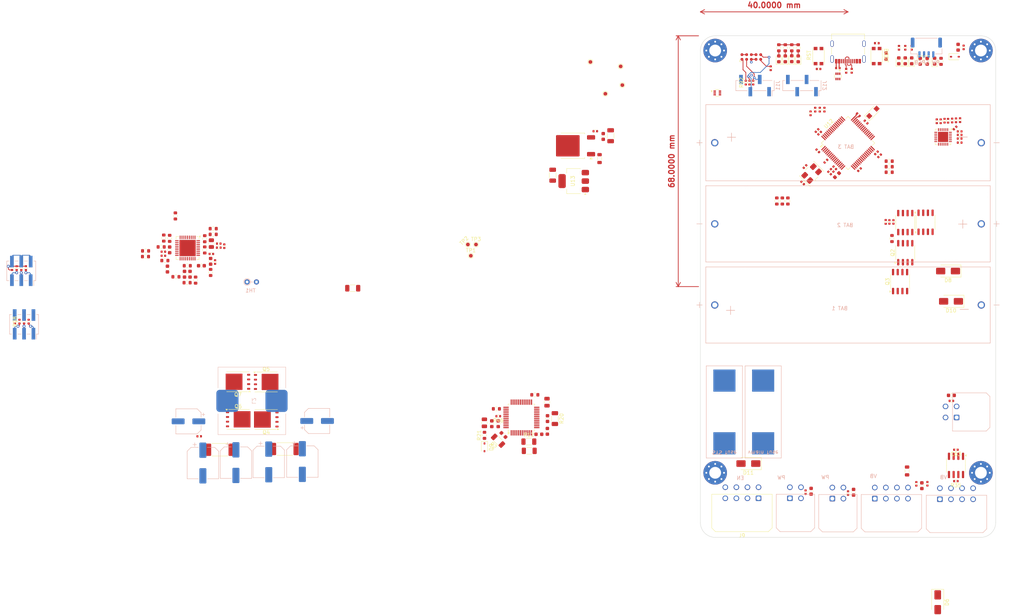
<source format=kicad_pcb>
(kicad_pcb (version 20241229) (generator "pcbnew") (generator_version "9.0")
  (layers (0 "F.Cu" signal) (4 "In1.Cu" signal) (6 "In2.Cu" signal) (2 "B.Cu" signal) (13 "F.Paste" user) (15 "B.Paste" user) (5 "F.SilkS" user "F.Silkscreen") (7 "B.SilkS" user "B.Silkscreen") (1 "F.Mask" user) (3 "B.Mask" user) (25 "Edge.Cuts" user))
  (net 0 "")
  (net 1 "+VSW")
  (net 2 "+5V")
  (net 3 "+3V3")
  (net 4 "NRST")
  (net 5 "CELL 3")
  (net 6 "CELL 2")
  (net 7 "CELL 1")
  (net 8 "CELL 0")
  (net 9 "Net-(U3-CP1)")
  (net 10 "/V_in_post_sense")
  (net 11 "Net-(U3-REG18)")
  (net 12 "ACP")
  (net 13 "ACN")
  (net 14 "Net-(BT1--)")
  (net 15 "Net-(BT2--)")
  (net 16 "Net-(C1-Pad1)")
  (net 17 "SW2")
  (net 18 "BTST2")
  (net 19 "REGN")
  (net 20 "SW1")
  (net 21 "BTST1")
  (net 22 "Net-(U3-FUSE)")
  (net 23 "+3VA3")
  (net 24 "Net-(C77-Pad1)")
  (net 25 "HSE_IN")
  (net 26 "STAT1")
  (net 27 "STAT2")
  (net 28 "CAN-")
  (net 29 "CAN+")
  (net 30 "SWDIO")
  (net 31 "SWCLK")
  (net 32 "I2C_SCL")
  (net 33 "I2C_SDA")
  (net 34 "BOOT")
  (net 35 "Net-(D4-K)")
  (net 36 "PACK+")
  (net 37 "ACOV")
  (net 38 "ACUV")
  (net 39 "Net-(SW1-B)")
  (net 40 "/VCC_BQ76952")
  (net 41 "PG")
  (net 42 "INT")
  (net 43 "HSE_OUT")
  (net 44 "BuckBoostOut")
  (net 45 "/VBUS")
  (net 46 "CAN_TX")
  (net 47 "CAN_RX")
  (net 48 "TS2")
  (net 49 "RST_SHUT")
  (net 55 "SRN")
  (net 58 "Net-(U2-VCCD)")
  (net 61 "FLIP")
  (net 63 "SRP")
  (net 64 "Net-(U10-IN)")
  (net 65 "FAULT")
  (net 66 "main_voltage")
  (net 70 "SAFE_PWR_OUT")
  (net 71 "Net-(D11-K)")
  (net 72 "USB_PD_OUT")
  (net 73 "Net-(D5-A)")
  (net 76 "CHRG_IND_LED_1")
  (net 77 "charging_voltage")
  (net 78 "Net-(D7-A)")
  (net 79 "CHRG_IND_LED_2")
  (net 80 "CHRG_IND_LED_3")
  (net 81 "Net-(D16-A)")
  (net 82 "STAT_LED0")
  (net 83 "Net-(D17-A)")
  (net 84 "STAT_LED1")
  (net 85 "Net-(D18-A)")
  (net 86 "STAT_LED2")
  (net 87 "Net-(D19-A)")
  (net 88 "Net-(D22-A)")
  (net 89 "CHRG_IND_LED_4")
  (net 90 "Net-(D23-A)")
  (net 91 "USB_FS_VBUS")
  (net 92 "CAN_2_L")
  (net 93 "CAN_2_H")
  (net 94 "/D0+")
  (net 95 "/D0-")
  (net 96 "CC1")
  (net 99 "CC2")
  (net 100 "/J1-SWDIO")
  (net 101 "/J1-SWO")
  (net 102 "Net-(U1-FBG)")
  (net 103 "Net-(U1-FB)")
  (net 104 "Net-(U1-FSW_SYNC)")
  (net 105 "Net-(U1-TS)")
  (net 106 "USB_D-")
  (net 107 "USB_D+")
  (net 108 "Net-(U1-DRV_SUP)")
  (net 109 "SWO")
  (net 110 "CE")
  (net 111 "GPIO_1")
  (net 112 "Net-(J2-Pin_3)")
  (net 113 "Net-(J2-Pin_5)")
  (net 114 "Net-(J4-Pin_3)")
  (net 115 "Net-(J4-Pin_5)")
  (net 116 "ISNK_COARSE")
  (net 117 "VBUS_MAX")
  (net 118 "VBUS_MIN")
  (net 120 "USB_PD_INTERRUPT")
  (net 121 "3.3V PD")
  (net 124 "SAFE_PWR_EN")
  (net 126 "VBUS_FET_EN")
  (net 127 "BAL_ALERT")
  (net 130 "LODRV2")
  (net 131 "HIDRV1")
  (net 132 "LODRV1")
  (net 133 "Net-(J4-Pin_2)")
  (net 135 "HIDRV2")
  (net 136 "Net-(J2-Pin_2)")
  (net 143 "Net-(U3-PACK)")
  (net 155 "Net-(Q1-G)")
  (net 156 "Net-(Q1-D-Pad5)")
  (net 157 "Net-(Q2-S-Pad1)")
  (net 158 "Net-(Q2-G)")
  (net 159 "Net-(J2-Pin_1)")
  (net 160 "Net-(J4-Pin_1)")
  (net 161 "Net-(R28-Pad1)")
  (net 162 "Net-(R29-Pad1)")
  (net 163 "Net-(R30-Pad2)")
  (net 166 "/J1-SWCLK")
  (net 167 "Net-(J12-Pin_2)")
  (net 168 "Net-(J12-Pin_3)")
  (net 170 "V_in")
  (net 171 "Net-(J9-Pin_5)")
  (net 172 "Net-(D9-K)")
  (net 173 "GND")
  (net 174 "Net-(J17-Pin_1)")
  (net 175 "Net-(F1-Pad2)")
  (footprint "Connector:Tag-Connect_TC2050-IDC-FP_2x05_P1.27mm_Vertical" (layer "F.Cu") (at 108.8 27.75)
    (property "Reference" "J17" (hide yes))
    (property "Value" "TC2050")
  )
  (footprint "MountingHole:MountingHole_3.2mm_M3_Pad_Via" (layer "F.Cu") (at 171 140.5)
    (property "Reference" "H4" (hide yes))
    (property "Value" "MountingHole_Pad")
  )
  (footprint "Capacitor_SMD:C_1206_3216Metric" (layer "F.Cu") (at 70.675 49.0975 90)
    (property "Reference" "C61" (hide yes))
    (property "Value" "10u")
  )
  (footprint "Resistor_SMD:R_0402_1005Metric" (layer "F.Cu") (at 128.6 42.025 90)
    (property "Reference" "R67" (hide yes))
    (property "Value" "4.7k" (hide yes))
  )
  (footprint "Capacitor_SMD:C_0402_1005Metric" (layer "F.Cu") (at 153.499999 143.500001 -90)
    (property "Reference" "C83" (hide yes))
    (property "Value" "10n")
  )
  (footprint "Resistor_SMD:R_0603_1608Metric" (layer "F.Cu") (at -50.1 82.95 180)
    (property "Reference" "R41" (hide yes))
    (property "Value" "10" (hide yes))
  )
  (footprint "Capacitor_SMD:C_0402_1005Metric" (layer "F.Cu") (at 138.1 58.3 -135)
    (property "Reference" "C69" (hide yes))
    (property "Value" "100n")
  )
  (footprint "Package_SO:SOIC-8_3.9x4.9mm_P1.27mm" (layer "F.Cu") (at 164.25 138.5 -90)
    (property "Reference" "U11" (hide yes))
    (property "Value" "MCP2562-E-SN")
  )
  (footprint "Resistor_SMD:R_0402_1005Metric" (layer "F.Cu") (at -89 84.990001 90)
    (property "Reference" "R95" (hide yes))
    (property "Value" "10k")
  )
  (footprint "Resistor_SMD:R_0603_1608Metric" (layer "F.Cu") (at 146.15 59 180)
    (property "Reference" "R39" (hide yes))
    (property "Value" "4.7k")
  )
  (footprint "Resistor_SMD:R_0402_1005Metric" (layer "F.Cu") (at 162.099999 45.035 90)
    (property "Reference" "R7" (hide yes))
    (property "Value" "5k1")
  )
  (footprint "Crystal:Crystal_SMD_5032-4Pin_5.0x3.2mm" (layer "F.Cu") (at 125.129411 59.360589 45)
    (property "Reference" "Y3" (hide yes))
    (property "Value" "8MHz 12pF")
  )
  (footprint "Resistor_SMD:R_0603_1608Metric" (layer "F.Cu") (at -39.3 80.075 -90)
    (property "Reference" "R80" (hide yes))
    (property "Value" "10" (hide yes))
  )
  (footprint "TestPoint:TestPoint_Pad_D1.0mm" (layer "F.Cu") (at 65.2 29.1)
    (property "Reference" "TP6" (hide yes))
    (property "Value" "TP_USB_CC2")
  )
  (footprint "Resistor_SMD:R_0402_1005Metric" (layer "F.Cu") (at 159.049998 45.175002 90)
    (property "Reference" "R13" (hide yes))
    (property "Value" "10k")
  )
  (footprint "Resistor_SMD:R_0402_1005Metric" (layer "F.Cu") (at 161.149999 45.025001 -90)
    (property "Reference" "R5" (hide yes))
    (property "Value" "1k")
  )
  (footprint "Resistor_SMD:R_0402_1005Metric" (layer "F.Cu") (at 129 56 -135)
    (property "Reference" "R74" (hide yes))
    (property "Value" "1k")
  )
  (footprint "Resistor_SMD:R_0603_1608Metric" (layer "F.Cu") (at 50.1375 119.349999)
    (property "Reference" "R23" (hide yes))
    (property "Value" "4k7" (hide yes))
  )
  (footprint "Capacitor_SMD:C_0402_1005Metric" (layer "F.Cu") (at 123.5 145.75 -90)
    (property "Reference" "C87" (hide yes))
    (property "Value" "10n")
  )
  (footprint "Button_Switch_SMD:SW_Push_1P1T_NO_CK_KMR2" (layer "F.Cu") (at 142.75 27.5 90)
    (property "Reference" "SW1" (hide yes))
    (property "Value" "KMR721NGLFS")
  )
  (footprint "Capacitor_SMD:C_0402_1005Metric" (layer "F.Cu") (at 164 47 45)
    (property "Reference" "C20" (hide yes))
    (property "Value" "1u")
  )
  (footprint "Connector_USB:USB_C_Receptacle_Palconn_UTC16-G" (layer "F.Cu") (at 135 26.375 180)
    (property "Reference" "J16" (hide yes))
    (property "Value" "USB_C_Receptacle_USB2.0")
  )
  (footprint "Resistor_SMD:R_0603_1608Metric" (layer "F.Cu") (at 117.2 66.8 -90)
    (property "Reference" "R64" (hide yes))
    (property "Value" "10k")
  )
  (footprint "Capacitor_SMD:C_0402_1005Metric" (layer "F.Cu") (at 126.8 53.2 135)
    (property "Reference" "C68" (hide yes))
    (property "Value" "100n")
  )
  (footprint "Capacitor_SMD:C_0805_2012Metric" (layer "F.Cu") (at 36.474421 126.949999 -90)
    (property "Reference" "C19" (hide yes))
    (property "Value" "1u" (hide yes))
  )
  (footprint "Capacitor_SMD:C_0402_1005Metric" (layer "F.Cu") (at -50.5 81.65 180)
    (property "Reference" "C44" (hide yes))
    (property "Value" "100n")
  )
  (footprint "Resistor_SMD:R_0603_1608Metric" (layer "F.Cu") (at 145.3 27.5 -90)
    (property "Reference" "R34" (hide yes))
    (property "Value" "1k")
  )
  (footprint "Resistor_SMD:R_1206_3216Metric" (layer "F.Cu") (at 40.174421 131.799998 135)
    (property "Reference" "R2")
    (property "Value" "20")
  )
  (footprint "LED_SMD:LED_0603_1608Metric" (layer "F.Cu") (at 121.5 28.25 90)
    (property "Reference" "D5" (hide yes))
    (property "Value" "green")
  )
  (footprint "Resistor_SMD:R_0402_1005Metric" (layer "F.Cu") (at 160.099997 45.175002 -90)
    (property "Reference" "R9" (hide yes))
    (property "Value" "1k")
  )
  (footprint "Capacitor_SMD:C_0402_1005Metric" (layer "F.Cu") (at 163 121)
    (property "Reference" "C89" (hide yes))
    (property "Value" "10n")
  )
  (footprint "Resistor_SMD:R_0402_1005Metric" (layer "F.Cu") (at 114.05 30.8 90)
    (property "Reference" "R87" (hide yes))
    (property "Value" "22")
  )
  (footprint "TestPoint:TestPoint_Pad_D1.0mm" (layer "F.Cu") (at 73.4 30.3)
    (property "Reference" "TP7" (hide yes))
    (property "Value" "TP_USB_CC1")
  )
  (footprint "Resistor_SMD:R_0603_1608Metric" (layer "F.Cu") (at -48.8 76.925 90)
    (property "Reference" "R3" (hide yes))
    (property "Value" "15k" (hide yes))
  )
  (footprint "Inductor_SMD:L_0603_1608Metric" (layer "F.Cu") (at 132 59.8 45)
    (property "Reference" "FB1" (hide yes))
    (property "Value" "120R")
  )
  (footprint "Diode_SMD:D_SMA" (layer "F.Cu") (at 162.9 94 180)
    (property "Reference" "D10")
    (property "Value" "~")
  )
  (footprint "Resistor_SMD:R_2512_6332Metric_Pad1.40x3.35mm_HandSolder" (layer "F.Cu") (at -35.2 134.25 180)
    (property "Reference" "R38" (hide yes))
    (property "Value" "5m" (hide yes))
  )
  (footprint "Resistor_SMD:R_0402_1005Metric" (layer "F.Cu") (at 127.35 42.025 90)
    (property "Reference" "R78" (hide yes))
    (property "Value" "22R" (hide yes))
  )
  (footprint "Capacitor_SMD:C_0805_2012Metric" (layer "F.Cu") (at 53.4375 121.349999 -90)
    (property "Reference" "C21" (hide yes))
    (property "Value" "2u2" (hide yes))
  )
  (footprint "Resistor_SMD:R_0603_1608Metric" (layer "F.Cu") (at -50.4 76.85 -90)
    (property "Reference" "R28" (hide yes))
    (property "Value" "20k")
  )
  (footprint "Resistor_SMD:R_0603_1608Metric" (layer "F.Cu") (at -39.299999 77.025 90)
    (property "Reference" "R33" (hide yes))
    (property "Value" "300k" (hide yes))
  )
  (footprint "Capacitor_SMD:C_0402_1005Metric" (layer "F.Cu") (at 142.7 53.75 -135)
    (property "Reference" "C71" (hide yes))
    (property "Value" "100n")
  )
  (footprint "TestPoint:TestPoint_Pad_D1.0mm" (layer "F.Cu") (at 34.2 78.6)
    (property "Reference" "TP3")
    (property "Value" "TP_CAN_RX")
  )
  (footprint "Resistor_SMD:R_0402_1005Metric" (layer "F.Cu") (at -87 99.5 90)
    (property "Reference" "R27" (hide yes))
    (property "Value" "50k")
  )
  (footprint "Capacitor_SMD:C_0402_1005Metric" (layer "F.Cu") (at 126.6 47.7 45)
    (property "Reference" "C67" (hide yes))
    (property "Value" "4u7")
  )
  (footprint "Resistor_SMD:R_0603_1608Metric" (layer "F.Cu") (at 121.5 25.25 -90)
    (property "Reference" "R14" (hide yes))
    (property "Value" "1k")
  )
  (footprint "Capacitor_SMD:C_0402_1005Metric" (layer "F.Cu") (at -37.5 81.15 180)
    (property "Reference" "C37" (hide yes))
    (property "Value" "100n")
  )
  (footprint "Capacitor_SMD:C_0402_1005Metric" (layer "F.Cu") (at 130 59.2 135)
    (property "Reference" "C75" (hide yes))
    (property "Value" "1u")
  )
  (footprint "Capacitor_SMD:C_0402_1005Metric" (layer "F.Cu") (at 147.304999 72.475 90)
    (property "Reference" "C10" (hide yes))
    (property "Value" "1u")
  )
  (footprint "Capacitor_SMD:C_0603_1608Metric" (layer "F.Cu") (at 38.474421 127.199999 -90)
    (property "Reference" "C24" (hide yes))
    (property "Value" "100p" (hide yes))
  )
  (footprint "Button_Switch_SMD:SW_Push_1P1T_NO_CK_KMR2" (layer "F.Cu") (at 127 27.5 90)
    (property "Reference" "SW2" (hide yes))
    (property "Value" "KMR721NGLFS")
  )
  (footprint "TestPoint:TestPoint_Pad_D1.0mm" (layer "F.Cu") (at 73.85 35.375)
    (property "Reference" "TP5" (hide yes))
    (property "Value" "TP_USB_D-")
  )
  (footprint "Capacitor_SMD:C_0402_1005Metric" (layer "F.Cu") (at 164.23 142.75 180)
    (property "Reference" "R35")
    (property "Value" "120")
  )
  (footprint "Capacitor_SMD:C_0402_1005Metric" (layer "F.Cu") (at 164.23 134.25 180)
    (property "Reference" "C63")
    (property "Value" "100n")
  )
  (footprint "Capacitor_SMD:C_0402_1005Metric" (layer "F.Cu") (at 146.204999 72.475 90)
    (property "Reference" "C9" (hide yes))
    (property "Value" "1u")
  )
  (footprint "Resistor_SMD:R_0402_1005Metric" (layer "F.Cu") (at 142.8 24 180)
    (property "Reference" "R76" (hide yes))
    (property "Value" "100k")
  )
  (footprint "Diode_SMD:D_SMA" (layer "F.Cu") (at 108 138 180)
    (property "Reference" "D11")
    (property "Value" "~")
  )
  (footprint "Diode_SMD:Nexperia_CFP3_SOD-123W" (layer "F.Cu") (at 141.739949 42.760051 45)
    (property "Reference" "D24" (hide yes))
    (property "Value" "Vz = 3.6V" (hide yes))
  )
  (footprint "Capacitor_SMD:C_0402_1005Metric" (layer "F.Cu") (at 66.525 47.8725 180)
    (property "Reference" "C60" (hide yes))
    (property "Value" "100n")
  )
  (footprint "Capacitor_SMD:C_0603_1608Metric" (layer "F.Cu") (at 164.825 25.1 90)
    (property "Reference" "C90" (hide yes))
    (property "Value" "10u")
  )
  (footprint "Resistor_SMD:R_0603_1608Metric" (layer "F.Cu") (at -37.7 86.175 90)
    (property "Reference" "R79" (hide yes))
    (property "Value" "10" (hide yes))
  )
  (footprint "Inductor_SMD:L_0805_2012Metric" (layer "F.Cu") (at 151 140 90)
    (property "Reference" "FB2" (hide yes))
    (property "Value" "120R")
  )
  (footprint "LED_SMD:LED_0603_1608Metric" (layer "F.Cu") (at 116.25 28.25 90)
    (property "Reference" "D23" (hide yes))
    (property "Value" "green")
  )
  (footprint "LED_SMD:LED_0603_1608Metric" (layer "F.Cu") (at 119.75 28.212499 90)
    (property "Reference" "D7" (hide yes))
    (property "Value" "green")
  )
  (footprint "Package_TO_SOT_SMD:TDSON-8-1" (layer "F.Cu") (at -22.65 115.87)
    (property "Reference" "Q5")
    (property "Value" "LoDRV1")
  )
  (footprint "MountingHole:MountingHole_3.2mm_M3_Pad_Via" (layer "F.Cu") (at 99 140.5)
    (property "Reference" "H3" (hide yes))
    (property "Value" "MountingHole_Pad")
  )
  (footprint "Capacitor_SMD:C_0603_1608Metric" (layer "F.Cu") (at -40.2 84.35 180)
    (property "Reference" "C49" (hide yes))
    (property "Value" "47n" (hide yes))
  )
  (footprint "Resistor_SMD:R_0402_1005Metric" (layer "F.Cu") (at 152.25 25.25 -90)
    (property "Reference" "R26" (hide yes))
    (property "Value" "1k")
  )
  (footprint "Package_TO_SOT_SMD:TDSON-8-1" (layer "F.Cu") (at -22.625 126.05 180)
    (property "Reference" "Q4")
    (property "Value" "HiDRV1")
  )
  (footprint "Resistor_SMD:R_0603_1608Metric" (layer "F.Cu") (at 160.2 28.925 90)
    (property "Reference" "R69" (hide yes))
    (property "Value" "10k")
  )
  (footprint "LED_SMD:LED_0603_1608Metric" (layer "F.Cu") (at 118 28.25 90)
    (property "Reference" "D16" (hide yes))
    (property "Value" "green")
  )
  (footprint "Capacitor_SMD:C_0402_1005Metric" (layer "F.Cu") (at 123.339411 57.460589 -135)
    (property "Reference" "C78" (hide yes))
    (property "Value" "10p")
  )
  (footprint "Package_DFN_QFN:QFN-24-1EP_4x4mm_P0.5mm_EP2.75x2.75mm" (layer "F.Cu") (at 160.75 49.425001 -90)
    (property "Reference" "U2" (hide yes))
    (property "Value" "CYPD3177-24LQ" (hide yes))
  )
  (footprint "Package_QFP:TQFP-48_7x7mm_P0.5mm" (layer "F.Cu") (at 46.5 125.5 90)
    (property "Reference" "U3" (hide yes))
    (property "Value" "BQ76952PFBR" (hide yes))
  )
  (footprint "Resistor_SMD:R_0603_1608Metric" (layer "F.Cu") (at 116.25 25.25 -90)
    (property "Reference" "R17" (hide yes))
    (property "Value" "1k")
  )
  (footprint "Resistor_SMD:R_0402_1005Metric" (layer "F.Cu") (at 150.5 25.25 -90)
    (property "Reference" "R89" (hide yes))
    (property "Value" "1k")
  )
  (footprint "Capacitor_SMD:C_0603_1608Metric" (layer "F.Cu") (at 53.574421 125.799998 -90)
    (property "Reference" "C17" (hide yes))
    (property "Value" "220n" (hide yes))
  )
  (footprint "Resistor_SMD:R_0402_1005Metric" (layer "F.Cu") (at -91.5 84.990001 90)
    (property "Reference" "R94" (hide yes))
    (property "Value" "20k")
  )
  (footprint "Package_TO_SOT_SMD:SOT-563" (layer "F.Cu") (at 132.25 33 -90)
    (property "Reference" "U14" (hide yes))
    (property "Value" "TPD4E1U06")
  )
  (footprint "Resistor_SMD:R_0402_1005Metric" (layer "F.Cu") (at 165.240001 48.875002)
    (property "Reference" "C12" (hide yes))
    (property "Value" "100n")
  )
  (footprint "LED_SMD:LED_0603_1608Metric" (layer "F.Cu") (at 148.75 28.787501 90)
    (property "Reference" "D19" (hide yes))
    (property "Value" "green")
  )
  (footprint "Resistor_SMD:R_0603_1608Metric" (layer "F.Cu") (at 36.5 130.3375 90)
    (property "Reference" "R21")
    (property "Value" "100")
  )
  (footprint "Diode_SMD:D_SMA" (layer "F.Cu") (at 159.3 175.6 -90)
    (property "Reference" "D6")
    (property "Value" "~")
  )
  (footprint "Resistor_SMD:R_0402_1005Metric" (layer "F.Cu") (at 124.85 43.025 -90)
    (property "Reference" "R66" (hide yes))
    (property "Value" "4.7k" (hide yes))
  )
  (footprint "Resistor_SMD:R_0603_1608Metric" (layer "F.Cu") (at -51.1 79.25 180)
    (property "Reference" "R37" (hide yes))
    (property "Value" "10" (hide yes))
  )
  (footprint "Resistor_SMD:R_0402_1005Metric" (layer "F.Cu") (at 145.204999 72.465001 90)
    (property "Reference" "R4" (hide yes))
    (property "Value" "10k")
  )
  (footprint "Package_TO_SOT_SMD:SOT-223-3_TabPin2" (layer "F.Cu") (at 60.675 61.3975 180)
    (property "Reference" "U13")
    (property "Value" "AZ1117I-3.3")
  )
  (footprint "Resistor_SMD:R_0603_1608Metric" (layer "F.Cu") (at -55.35 81.875)
    (property "Reference" "R36" (hide yes))
    (property "Value" "200k" (hide yes))
  )
  (footprint "Package_QFP:LQFP-64_10x10mm_P0.5mm" (layer "F.Cu") (at 135.007375 51.081713 45)
    (property "Reference" "U12")
    (property "Value" "STM32F105RCTx")
  )
  (footprint "Resistor_SMD:R_0603_1608Metric" (layer "F.Cu") (at 146.15 57.5 180)
    (property "Reference" "R40" (hide yes))
    (property "Value" "10k")
  )
  (footprint "Package_SO:SO-8_3.9x4.9mm_P1.27mm" (layer "F.Cu") (at 156.004999 72.575 90)
    (property "Reference" "Q1" (hide yes))
    (property "Value" "AOSP21321")
  )
  (footprint "Resistor_SMD:R_0805_2012Metric" (layer "F.Cu") (at -37.5 78.350001 90)
    (property "Reference" "R44" (hide yes))
    (property "Value" "1000k" (hide yes))
  )
  (footprint "Package_TO_SOT_SMD:SOT-563" (layer "F.Cu") (at 99.5875 37.5)
    (property "Reference" "U15" (hide yes))
    (property "Value" "TPD4E1U06")
  )
  (footprint "Capacitor_SMD:C_0603_1608Metric" (layer "F.Cu") (at 163 119.5)
    (property "Reference" "C88" (hide yes))
    (property "Value" "10u")
  )
  (footprint "Resistor_SMD:R_0402_1005Metric" (layer "F.Cu") (at -87.75 84.990001 90)
    (property "Reference" "R25" (hide yes))
    (property "Value" "20k")
  )
  (footprint "Resistor_SMD:R_0402_1005Metric" (layer "F.Cu") (at -35.5 79.45 180)
    (property "Reference" "R1" (hide yes))
    (property "Value" "2.4")
  )
  (footprint "Capacitor_SMD:C_0603_1608Metric" (layer "F.Cu") (at -49.4 85.25 -90)
    (property "Reference" "C46" (hide yes))
    (property "Value" "47n" (hide yes))
  )
  (footprint "Diode_SMD:D_SMA" (layer "F.Cu") (at 162.1 85.8 180)
    (property "Reference" "D8")
    (property "Value" "~")
  )
  (footprint "LED_SMD:LED_0603_1608Metric" (layer "F.Cu") (at 150.5 28.787501 90)
    (property "Reference" "D18" (hide yes))
    (property "Value" "yellow")
  )
  (footprint "Capacitor_SMD:C_0402_1005Metric" (layer "F.Cu") (at 127.3 48.4 45)
    (property "Reference" "C72" (hide yes))
    (property "Value" "100n")
  )
  (footprint "Resistor_SMD:R_0402_1005Metric" (layer "F.Cu") (at 40.234421 125.149998 180)
    (property "Reference" "R46")
    (property "Value" "10k")
  )
  (footprint "Capacitor_SMD:C_0603_1608Metric" (layer "F.Cu") (at 41.6375 130.249999 -45)
    (property "Reference" "C14" (hide yes))
    (property "Value" "220n" (hide yes))
  )
  (footprint "Resistor_SMD:R_0603_1608Metric" (layer "F.Cu") (at 118 25.25 -90)
    (property "Reference" "R16" (hide yes))
    (property "Value" "1k")
  )
  (footprint "Package_TO_SOT_SMD:TDSON-8-1" (layer "F.Cu") (at -30.3 115.82 180)
    (property "Reference" "Q7")
    (property "Value" "LoDRV2")
  )
  (footprint "Package_DFN_QFN:Texas_RHH0036C_VQFN-36-1EP_6x6mm_P0.5mm_EP4.4x4.4mm" (layer "F.Cu") (at -43.95 79.55 -90)
    (property "Reference" "U1" (hide yes))
    (property "Value" "BQ25756RRVR" (hide yes))
  )
  (footprint "LED_SMD:LED_0603_1608Metric" (layer "F.Cu") (at 158.45 28.862501 90)
    (property "Reference" "D22" (hide yes))
    (property "Value" "red")
  )
  (footprint "Resistor_SMD:R_0402_1005Metric" (layer "F.Cu") (at 134.5 31.5 90)
    (property "Reference" "R75" (hide yes))
    (property "Value" "22R")
  )
  (footprint "Resistor_SMD:R_2512_6332Metric_Pad1.40x3.35mm_HandSolder" (layer "F.Cu") (at -17.6 134.05)
    (property "Reference" "R65" (hide yes))
    (property "Value" "5m" (hide yes))
  )
  (footprint "Resistor_SMD:R_0402_1005Metric" (layer "F.Cu") (at 164.249998 44.925001 90)
    (property "Reference" "R19" (hide yes))
    (property "Value" "5k1")
  )
  (footprint "Resistor_SMD:R_0603_1608Metric" (layer "F.Cu") (at -44.075 88.95 180)
    (property "Reference" "R82" (hide yes))
    (property "Value" "22k" (hide yes))
  )
  (footprint "Resistor_SMD:R_0402_1005Metric" (layer "F.Cu") (at 136 31.5 -90)
    (property "Reference" "R73" (hide yes))
    (property "Value" "22R")
  )
  (footprint "Resistor_SMD:R_1206_3216Metric" (layer "F.Cu") (at 48.524421 132.049998)
    (property "Reference" "R12")
    (property "Value" "20")
  )
  (footprint "Resistor_SMD:R_0603_1608Metric" (layer "F.Cu") (at 146.15 56 180)
    (property "Reference" "R42" (hide yes))
    (property "Value" "10k")
  )
  (footprint "Resistor_SMD:R_0402_1005Metric" (layer "F.Cu") (at 165.230002 49.875001)
    (property "Reference" "C13" (hide yes))
    (property "Value" "100n")
  )
  (footprint "Resistor_SMD:R_0402_1005Metric" (layer "F.Cu") (at -89.5 99.5 90)
    (property "Reference" "R98")
    (property "Value" "15k")
  )
  (footprint "Resistor_SMD:R_0402_1005Metric" (layer "F.Cu") (at 148.8 25.25 -90)
    (property "Reference" "R90" (hide yes))
    (property "Value" "1k")
  )
  (footprint "Capacitor_SMD:C_0402_1005Metric" (layer "F.Cu") (at -35.5 78.35 180)
    (property "Reference" "C1" (hide yes))
    (property "Value" "100n")
  )
  (footprint "Connector_Molex:Molex_Micro-Fit_3.0_43045-0800_2x04_P3.00mm_Horizontal" (layer "F.Cu") (at 110.75 147.415 180)
    (property "Reference" "J9")
    (property "Value" "Conn_02x04_Top_Bottom")
  )
  (footprint "Capacitor_SMD:C_0402_1005Metric" (layer "F.Cu") (at -34 79.05 90)
    (property "Reference" "C65" (hide yes))
    (property "Value" "1u")
  )
  (footprint "Resistor_SMD:R_0603_1608Metric" (layer "F.Cu") (at 118.7 66.8 -90)
    (property "Reference" "R72" (hide yes))
    (property "Value" "10k")
  )
  (footprint "Capacitor_SMD:C_0603_1608Metric" (layer "F.Cu") (at 136.5 145.775 -90)
    (property "Reference" "C84" (hide yes))
    (property "Value" "10u")
  )
  (footprint "Capacitor_SMD:C_0603_1608Metric" (layer "F.Cu") (at 51.2375 130.049999)
    (property "Reference" "C15" (hide yes))
    (property "Value" "220n" (hide yes))
  )
  (footprint "Capacitor_SMD:C_0402_1005Metric" (layer "F.Cu") (at -50.5 80.55)
    (property "Reference" "C45" (hide yes))
    (property "Value" "100n")
  )
  (footprint "TestPoint:TestPoint_Pad_D1.0mm" (layer "F.Cu") (at 32 78.6 45)
    (property "Reference" "TP2")
    (property "Value" "TP_CAN_TX")
  )
  (footprint "Resistor_SMD:R_1206_3216Metric" (layer "F.Cu") (at 55.574421 125.799998 -90)
    (property "Reference" "R20")
    (property "Value" "20")
  )
  (footprint "Capacitor_SMD:C_0402_1005Metric" (layer "F.Cu") (at 130.7 58.5 135)
    (property "Reference" "C74" (hide yes))
    (property "Value" "1u")
  )
  (footprint "Capacitor_SMD:C_0402_1005Metric" (layer "F.Cu") (at 131.4 57.8 135)
    (property "Reference" "C73" (hide yes))
    (property "Value" "10n")
  )
  (footprint "Package_SO:SO-8_3.9x4.9mm_P1.27mm" (layer "F.Cu") (at 150.504999 72.65 -90)
    (property "Reference" "Q12" (hide yes))
    (property "Value" "AOSP21321")
  )
  (footprint "Capacitor_SMD:C_0402_1005Metric" (layer "F.Cu") (at -40.8 130.6 180)
    (property "Reference" "C3" (hide yes))
    (property "Value" "100n")
  )
  (footprint "Capacitor_SMD:C_0603_1608Metric" (layer "F.Cu") (at -44.775 86.65 -90)
    (property "Reference" "C48" (hide yes))
    (property "Value" "470n" (hide yes))
  )
  (footprint "Resistor_SMD:R_0402_1005Metric" (layer "F.Cu") (at 107.3 34.7 90)
    (property "Reference" "R92")
    (property "Value" "22")
  )
  (footprint "LED_SMD:LED_0603_1608Metric" (layer "F.Cu") (at 154.55 28.9 -90)
    (property "Reference" "D20" (hide yes))
    (property "Value" "yellow")
  )
  (footprint "Capacitor_SMD:C_0603_1608Metric" (layer "F.Cu") (at 125 145.5 -90)
    (property "Reference" "C86" (hide yes))
    (property "Value" "10u")
  )
  (footprint "Capacitor_SMD:C_0603_1608Metric" (layer "F.Cu") (at -48.8 80.05 90)
    (property "Reference" "C43" (hide yes))
    (property "Value" "470n" (hide yes))
  )
  (footprint "Capacitor_SMD:C_1206_3216Metric" (layer "F.Cu") (at 54.975 59.7975 -90)
    (property "Reference" "C80" (hide yes))
    (property "Value" "22u")
  )
  (footprint "Capacitor_SMD:C_0402_1005Metric" (layer "F.Cu") (at 132.25 30.75)
    (property "Reference" "C23" (hide yes))
    (property "Value" "3u3")
  )
  (footprint "TestPoint:TestPoint_Pad_D1.0mm" (layer "F.Cu") (at 69.25 37.725)
    (property "Reference" "TP4" (hide yes))
    (property "Value" "TP_USB_D+")
  )
  (footprint "Resistor_SMD:R_0402_1005Metric" (layer "F.Cu") (at 126.1 42.025 90)
    (property "Reference" "R77" (hide yes))
    (property "Value" "22R" (hide yes))
  )
  (footprint "Resistor_SMD:R_0603_1608Metric" (layer "F.Cu") (at -41.775 88.25 90)
    (property "Reference" "R32" (hide yes))
    (property "Value" "4k7" (hide yes))
  )
  (footprint "Capacitor_SMD:C_0603_1608Metric" (layer "F.Cu") (at 53.5375 129.249999 90)
    (property "Reference" "C16" (hide yes))
    (property "Value" "220n" (hide yes))
  )
  (footprint "Capacitor_SMD:C_0603_1608Metric" (layer "F.Cu") (at 68.675 49.2975 -90)
    (property "Reference" "C58" (hide yes))
    (property "Value" "470n" (hide yes))
  )
  (footprint "TestPoint:TestPoint_Pad_D1.0mm" (layer "F.Cu") (at 32.8 81.65)
    (property "Reference" "TP1")
    (property "Value" "BuckBoostOut")
  )
  (footprint "Resistor_SMD:R_0402_1005Metric" (layer "F.Cu") (at 165.240001 50.975001)
    (property "Reference" "C11" (hide yes))
    (property "Value" "1u")
  )
  (footprint "Resistor_SMD:R_0603_1608Metric" (layer "F.Cu") (at -37 74.3)
    (property "Reference" "R31" (hide yes))
    (property "Value" "50k" (hide yes))
  )
  (footprint "Capacitor_SMD:C_0402_1005Metric" (layer "F.Cu") (at 122.7 61.9 135)
    (property "Reference" "C77" (hide yes))
    (property "Value" "10p")
  )
  (footprint "LED_SMD:LED_0603_1608Metric" (layer "F.Cu") (at 152.25 28.787501 90)
    (property "Reference" "D17" (hide yes))
    (property "Value" "red")
  )
  (footprint "Package_SO:SO-8_3.9x4.9mm_P1.27mm" (layer "F.Cu") (at 149.1 88.65 90)
    (property "Reference" "Q3")
    (property "Value" "AOSP21321")
  )
  (footprint "Capacitor_SMD:C_0402_1005Metric" (layer "F.Cu") (at 127.02 31)
    (property "Reference" "C79" (hide yes))
    (property "Value" "100n")
  )
  (footprint "Resistor_SMD:R_0603_1608Metric" (layer "F.Cu") (at -47.1 87.35)
    (property "Reference" "R29" (hide yes))
    (property "Value" "680")
  )
  (footprint "Diode_SMD:D_SOD-323" (layer "F.Cu") (at 36.5 133.5875 -90)
    (property "Reference" "D9")
    (property "Value" "~")
  )
  (footprint "Resistor_SMD:R_0402_1005Metric" (layer "F.Cu") (at 165.349998 44.875001 -90)
    (property "Reference" "R18" (hide yes))
    (property "Value" "5k1")
  )
  (footprint "Resistor_SMD:R_0402_1005Metric" (layer "F.Cu") (at 108.28 34.7 -90)
    (property "Reference" "R88" (hide yes))
    (property "Value" "22")
  )
  (footprint "Capacitor_SMD:C_0402_1005Metric" (layer "F.Cu") (at 156.499999 143.48 -90)
    (property "Reference" "C81" (hide yes))
    (property "Value" "100n")
  )
  (footprint "Inductor_SMD:L_0805_2012Metric" (layer "F.Cu") (at 67.675 55.2975 -90)
    (property "Reference" "FB3" (hide yes))
    (property "Value" "120R" (hide yes))
  )
  (footprint "Resistor_SMD:R_0402_1005Metric" (layer "F.Cu") (at -90.75 99.5 90)
    (property "Reference" "R83" (hide yes))
    (property "Value" "49k9")
  )
  (footprint "Capacitor_SMD:C_0402_1005Metric" (layer "F.Cu") (at 137.8 43.4 -45)
    (property "Reference" "C70" (hide yes))
    (property "Value" "100n" (hide yes))
  )
  (footprint "Capacitor_SMD:C_0603_1608Metric" (layer "F.Cu") (at 155 144 -90)
    (property "Reference" "C82" (hide yes))
    (property "Value" "10u")
  )
  (footprint "LED_SMD:LED_0603_1608Metric" (layer "F.Cu") (at 156.45 28.9 -90)
    (property "Reference" "D21" (hide yes))
    (property "Value" "green")
  )
  (footprint "Resistor_SMD:R_0402_1005Metric" (layer "F.Cu") (at 163.199998 44.975 -90)
    (property "Reference" "R6" (hide yes))
    (property "Value" "5k1")
  )
  (footprint "Resistor_SMD:R_1206_3216Metric" (layer "F.Cu") (at 48.624421 134.549998 180)
    (property "Reference" "R11" (hide yes))
    (property "Value" "20")
  )
  (footprint "Resistor_SMD:R_0603_1608Metric" (layer "F.Cu") (at 146.904999 76.975 -90)
    (property "Reference" "R8" (hide yes))
    (property "Value" "49k9")
  )
  (footprint "Resistor_SMD:R_0402_1005Metric" (layer "F.Cu") (at 109.3 34.7 90)
    (property "Reference" "R86" (hide yes))
    (property "Value" "22")
  )
  (footprint "Resistor_SMD:R_0402_1005Metric" (layer "F.Cu") (at 165.240002 47.925002)
    (property "Reference" "R10" (hide yes))
    (property "Value" "5k1")
  )
  (footprint "Capacitor_SMD:C_0402_1005Metric" (layer "F.Cu") (at 143.55 54.55 -135)
    (property "Reference" "C76" (hide yes))
    (property "Value" "10n")
  )
  (footprint "Capacitor_SMD:C_0603_1608Metric" (layer "F.Cu") (at -37.7 83.15 90)
    (property "Reference" "C39" (hide yes))
    (property "Value" "470n" (hide yes))
  )
  (footprint "Diode_SMD:D_SOD-323" (layer "F.Cu") (at 163.95 27.675)
    (property "Reference" "D4" (hide yes))
    (property "Value" "~")
  )
  (footprint "Resistor_SMD:R_0603_1608Metric" (layer "F.Cu") (at -44.025 84.35 180)
    (property "Reference" "R22" (hide yes))
    (property "Value" "10R" (hide yes))
  )
  (footprint "Package_TO_SOT_SMD:TO-252-2" (layer "F.Cu") (at 60.335 51.825 180)
    (property "Reference" "U10" (hide yes))
    (property "Value" "L7805")
  )
  (footprint "Capacitor_SMD:C_0603_1608Metric" (layer "F.Cu") (at -43.275 86.65 -90)
    (property "Reference" "C47" (hide yes))
    (property "Value" "470n" (hide yes))
  )
  (footprint "Resistor_SMD:R_0402_1005Metric" (layer "F.Cu") (at 139.889376 45.389376 -45)
    (property "Reference" "R45" (hide yes))
    (property "Value" "4k7" (hide yes))
  )
  (footprint "Capacitor_SMD:C_0603_1608Metric" (layer "F.Cu") (at 40.224421 127.199999 -90)
    (property "Reference" "C18" (hide yes))
    (property "Value" "470n" (hide yes))
  )
  (footprint "Resistor_SMD:R_0402_1005Metric" (layer "F.Cu") (at -88.25 99.5 90)
    (property "Reference" "R97" (hide yes))
    (property "Value" "20k")
  )
  (footprint "Resistor_SMD:R_0603_1608Metric" (layer "F.Cu") (at -55.325 80.325 180)
    (property "Reference" "R30" (hide yes))
    (property "Value" "49k9")
  )
  (footprint "Capacitor_SMD:C_0402_1005Metric" (layer "F.Cu") (at -36.5 83.35 90)
    (property "Reference" "C38" (hide yes))
    (property "Value" "100n")
  )
  (footprint "Capacitor_SMD:C_1206_3216Metric" (layer "F.Cu") (at 0.8 90.45)
    (property "Reference" "C62" (hide yes))
    (property "Value" "0.47uF" (hide yes))
  )
  (footprint "Resistor_SMD:R_0402_1005Metric" (layer "F.Cu") (at -90.25 84.990001 90)
    (property "Reference" "R96" (hide yes))
    (property "Value" "5k1")
  )
  (footprint "Resistor_SMD:R_0603_1608Metric" (layer "F.Cu") (at -37 75.85)
    (property "Reference" "R43" (hide yes))
    (property "Value" "68k" (hide yes))
  )
  (footprint "Capacitor_SMD:C_0402_1005Metric" (layer "F.Cu") (at 135 146 -90)
    (property "Reference" "C85" (hide yes))
    (property "Value" "10n")
  )
  (footprint "MountingHole:MountingHole_3.2mm_M3_Pad_Via" (layer "F.Cu") (at 99 26)
    (property "Reference" "H1" (hide yes))
    (property "Value" "MountingHole_Pad")
  )
  (footprint "Package_TO_SOT_SMD:TDSON-8-1" (layer "F.Cu") (at -30.225 126)
    (property "Reference" "Q6")
    (property "Value" "HiDRV2")
  )
  (footprint "Resistor_SMD:R_0603_1608Metric" (layer "F.Cu") (at 115.7 66.8 -90)
    (property "Reference" "R70" (hide yes))
    (property "Value" "10k")
  )
  (footprint "Resistor_SMD:R_0603_1608Metric" (layer "F.Cu") (at 119.75 25.25 -90)
    (property "Reference" "R15" (hide yes))
    (property "Value" "1k")
  )
  (footprint "Capacitor_SMD:C_0402_1005Metric" (layer "F.Cu") (at 166.325 25.145 90)
    (property "Reference" "C91" (hide yes))
    (property "Value" "10n")
  )
  (footprint "Resistor_SMD:R_0603_1608Metric" (layer "F.Cu") (at 39.724421 123.149998 180)
    (property "Reference" "R24" (hide yes))
    (property "Value" "100k" (hide yes))
  )
  (footprint "Package_SO:SO-8_3.9x4.9mm_P1.27mm" (layer "F.Cu") (at 150.504999 80.825 90)
    (property "Reference" "Q2")
    (property "Value" "AOSP21321")
  )
  (footprint "Resistor_SMD:R_0603_1608Metric" (layer "F.Cu") (at -47.250001 70.85 -90)
    (property "Reference" "R91" (hide yes))
    (property "Value" "10k" (hide yes))
  )
  (footprint "MountingHole:MountingHole_3.2mm_M3_Pad_Via" (layer "F.Cu") (at 171 26)
    (property "Reference" "H2" (hide yes))
    (property "Value" "MountingHole_Pad" (hide yes))
  )
  (footprint "Capacitor_SMD:CP_Elec_8x6.9" (layer "B.Cu") (at -12.85 137.45 -90)
    (property "Reference" "C4" (hide yes))
    (property "Value" "82u")
  )
  (footprint "Connector_PinHeader_2.54mm:PinHeader_2x03_P2.54mm_Vertical_SMD" (layer "B.Cu") (at -89 85.75 90)
    (property "Reference" "J2" (hide yes))
    (property "Value" "Conn_02x03_Odd_Even")
  )
  (footprint "Capacitor_SMD:CP_Elec_8x6.9" (layer "B.Cu") (at -21.95 137.55 -90)
    (property "Reference" "C2" (hide yes))
    (property "Value" "82u")
  )
  (footprint "Inductor Wuerth:BAT_1043" (layer "B.Cu") (at 135 73)
    (property "Reference" "BT2" (hide yes))
    (property "Value" "Battery_Cell")
  )
  (footprint "Connector_PinHeader_2.54mm:PinHeader_1x04_P2.54mm_Vertical_SMD_Pin1Left" (layer "B.Cu") (at 122.5 35.5 90)
    (property "Reference" "J12")
    (property "Value" "SWD Header")
  )
  (footprint "Connector_PinHeader_2.54mm:PinHeader_2x03_P2.54mm_Vertical_SMD" (layer "B.Cu") (at -88.25 100.25 90)
    (property "Reference" "J4" (hide yes))
    (property "Value" "Conn_02x03_Odd_Even")
  )
  (footprint "Connector_Molex:Molex_Micro-Fit_3.0_43045-0400_2x02_P3.00mm_Horizontal" (layer "B.Cu") (at 130.75 147.5)
    (property "Reference" "J6" (hide yes))
    (property "Value" "Molex MicroFit 2x2")
  )
  (footprint "Fuse:Fuseholder_Cylinder-5x20mm_Wuerth_696103101002-SMD_Horizontal_Open" (layer "B.Cu") (at 112 124 -90)
    (property "Reference" "F1" (hide yes))
    (property "Value" "5A")
  )
  (footprint "Connector_JST:JST_GH_SM04B-GHS-TB_1x04-1MP_P1.25mm_Horizontal" (layer "B.Cu") (at 156.225 25.2)
    (property "Reference" "J10" (hide yes))
    (property "Value" "JST-GH 4Pin")
  )
  (footprint "Connector_Molex:Molex_Micro-Fit_3.0_43045-0400_2x02_P3.00mm_Horizontal" (layer "B.Cu") (at 119.25 147.415)
    (property "Reference" "J8" (hide yes))
    (property "Value" "Molex MicroFit 2x2")
  )
  (footprint "Capacitor_SMD:CP_Elec_8x6.9" (layer "B.Cu") (at -30.85 137.75 -90)
    (property "Reference" "C6" (hide yes))
    (property "Value" "82u")
  )
  (footprint "Connector_Molex:Molex_Micro-Fit_3.0_43045-0800_2x04_P3.00mm_Horizontal" (layer "B.Cu") (at 142.25 147.5)
    (property "Reference" "J3" (hide yes))
    (property "Value" "Conn_02x04_Top_Bottom")
  )
  (footprint "Inductor Wuerth:BAT_1043" (layer "B.Cu") (at 135 95 180)
    (property "Reference" "BT1" (hide yes))
    (property "Value" "Battery_Cell")
  )
  (footprint "Fuse:Fuseholder_Cylinder-5x20mm_Wuerth_696103101002-SMD_Horizontal_Open" (layer "B.Cu") (at 101.5 124 90)
    (property "Reference" "F3" (hide yes))
    (property "Value" "20A")
  )
  (footprint "Connector_Molex:Molex_Micro-Fit_3.0_43045-0800_2x04_P3.00mm_Horizontal" (layer "B.Cu") (at 159.89 147.68)
    (property "Reference" "J1" (hide yes))
    (property "Value" "Conn_02x04_Top_Bottom")
  )
  (footprint "Capacitor_SMD:CP_Elec_6.3x5.9" (layer "B.Cu") (at -8.85 126.45)
    (property "Reference" "C7" (hide yes))
    (property "Value" "10u")
  )
  (footprint "Inductor Wuerth:Wuerth 7443557560" (layer "B.Cu") (at -26.5 121 90)
    (property "Reference" "L2")
    (property "Value" "5u6")
  )
  (footprint "Capacitor_SMD:CP_Elec_6.3x5.9" (layer "B.Cu") (at -43.7 126.55 180)
    (property "Reference" "C8" (hide yes))
    (property "Value" "10u")
  )
  (footprint "Connector_Molex:Molex_Micro-Fit_3.0_43045-0400_2x02_P3.00mm_Horizontal" (layer "B.Cu") (at 164.415 125.5 90)
    (property "Reference" "J7" (hide yes))
    (property "Value" "Molex MicroFit 2x2")
  )
  (footprint "Resistor_THT:R_Axial_DIN0204_L3.6mm_D1.6mm_P2.54mm_Vertical" (layer "B.Cu") (at -27.82 88.75)
    (property "Reference" "TH1")
    (property "Value" "Thermistor_NTC")
  )
  (footprint "Connector_PinHeader_2.54mm:PinHeader_1x04_P2.54mm_Vertical_SMD_Pin1Left" (layer "B.Cu") (at 109.8 35.5 90)
    (property "Reference" "J11")
    (property "Value" "SWD Header")
  )
  (footprint "Capacitor_SMD:CP_Elec_8x6.9" (layer "B.Cu") (at -39.8 137.85 -90)
    (property "Reference" "C5" (hide yes))
    (property "Value" "82u")
  )
  (footprint "Inductor Wuerth:BAT_1043" (layer "B.Cu") (at 135 51 180)
    (property "Reference" "BT3" (hide yes))
    (property "Value" "Battery_Cell")
  )
  (gr_arc (start 95 26) (mid 96.171573 23.171573) (end 99 22) (stroke (width 0.1)) (layer "Edge.Cuts"))
  (gr_arc (start 171 22) (mid 173.828427 23.171573) (end 175 26) (stroke (width 0.1)) (layer "Edge.Cuts"))
  (gr_line (start 99 22) (end 171 22) (stroke (width 0.1)) (layer "Edge.Cuts"))
  (gr_line (start 95 154) (end 95 26) (stroke (width 0.1)) (layer "Edge.Cuts"))
  (gr_line (start 171 158) (end 99 158) (stroke (width 0.1)) (layer "Edge.Cuts"))
  (gr_arc (start 175 154) (mid 173.828427 156.828427) (end 171 158) (stroke (width 0.1)) (layer "Edge.Cuts"))
  (gr_arc (start 99 158) (mid 96.171573 156.828427) (end 95 154) (stroke (width 0.1)) (layer "Edge.Cuts"))
  (gr_line (start 175 26) (end 175 154) (stroke (width 0.1)) (layer "Edge.Cuts"))
  (gr_text "RST" (at 125 28.75 90) (layer "F.SilkS") (effects (font (size 1 1)) (justify left bottom)))
  (gr_text "BOOT" (at 144.75 25.300001 270) (layer "F.SilkS") (effects (font (size 1 1)) (justify left bottom)))
  (gr_text "VB" (at 161.9 142.3 0) (layer "B.SilkS") (effects (font (size 1 1)) (justify left bottom mirror)))
  (gr_text "vmain fuse" (at 112 135 180) (layer "B.SilkS") (effects (font (size 1 1)) (justify mirror)))
  (gr_text "+" (at 105.375 51.025 0) (layer "B.SilkS") (effects (font (size 3 3)) (justify left bottom mirror)))
  (gr_text "-" (at 168.15 50.975 0) (layer "B.SilkS") (effects (font (size 3 3)) (justify left bottom mirror)))
  (gr_text "BAT 3" (at 136.7 52.7 0) (layer "B.SilkS") (effects (font (size 1 1)) (justify left bottom mirror)))
  (gr_text "-" (at 168.45 97.7 0) (layer "B.SilkS") (effects (font (size 3 3)) (justify left bottom mirror)))
  (gr_text "PW SPCB" (at 159.925 29.825 0) (layer "B.SilkS") (effects (font (size 1 1)) (justify left bottom mirror)))
  (gr_text "PW" (at 130 142.3 0) (layer "B.SilkS") (effects (font (size 1 1)) (justify left bottom mirror)))
  (gr_text "VB" (at 142.9 142 0) (layer "B.SilkS") (effects (font (size 1 1)) (justify left bottom mirror)))
  (gr_text "PW" (at 118.1 142.4 0) (layer "B.SilkS") (effects (font (size 1 1)) (justify left bottom mirror)))
  (gr_text "EN" (at 106.9 142.5 0) (layer "B.SilkS") (effects (font (size 1 1)) (justify left bottom mirror)))
  (gr_text "BAT 2" (at 136.475 73.925 0) (layer "B.SilkS") (effects (font (size 1 1)) (justify left bottom mirror)))
  (gr_text "+" (at 168.05 74.575 0) (layer "B.SilkS") (effects (font (size 3 3)) (justify left bottom mirror)))
  (gr_text "+" (at 105.125 97.975 0) (layer "B.SilkS") (effects (font (size 3 3)) (justify left bottom mirror)))
  (gr_text "SYS fuse" (at 101.5 135 180) (layer "B.SilkS") (effects (font (size 1 1)) (justify mirror)))
  (gr_text "BAT 1" (at 135 96.5 0) (layer "B.SilkS") (effects (font (size 1 1)) (justify left bottom mirror)))
  (dimension (type orthogonal) (layer "F.Cu") (pts (xy 95 15.5) (xy 135 15.5)) (height 0) (orientation 0) (format (prefix "") (suffix "") (units 3) (units_format 1) (precision 4)) (style (thickness 0.2) (arrow_length 1.27) (text_position_mode 0) (arrow_direction outward) (extension_height 0.58642) (extension_offset 0.5) (keep_text_aligned yes)) (gr_text "40,0000 mm" (at 115 13.7 0) (layer "F.Cu") (effects (font (size 1.5 1.5) (thickness 0.3)))))
  (dimension (type orthogonal) (layer "F.Cu") (pts (xy 95 22) (xy 95 90)) (height -6) (orientation 1) (format (prefix "") (suffix "") (units 3) (units_format 1) (precision 4)) (style (thickness 0.2) (arrow_length 1.27) (text_position_mode 0) (arrow_direction outward) (extension_height 0.58642) (extension_offset 0.5) (keep_text_aligned yes)) (gr_text "68,0000 mm" (at 87.2 56 90) (layer "F.Cu") (effects (font (size 1.5 1.5) (thickness 0.3)))))
  (segment (start 107.53 27.115) (end 106.26 27.115) (width 0.2) (layer "F.Cu") (net 2))
  (segment (start 137.2 43.585788) (end 137.2 43.321178) (width 0.25) (layer "F.Cu") (net 3))
  (segment (start 110.07 27.115) (end 108.8 27.115) (width 0.2) (layer "F.Cu") (net 3))
  (segment (start 136.368556 44.417232) (end 137.2 43.585788) (width 0.25) (layer "F.Cu") (net 3))
  (segment (start 137.2 43.321178) (end 137.460589 43.060589) (width 0.25) (layer "F.Cu") (net 3))
  (segment (start 116.25 24.425) (end 121.5 24.425) (width 0.2) (layer "F.Cu") (net 3))
  (segment (start 132.6 28.885) (end 132.6 30.62) (width 0.25) (layer "F.Cu") (net 45))
  (segment (start 132.6 30.62) (end 132.73 30.75) (width 0.25) (layer "F.Cu") (net 45))
  (segment (start 121.5 26.075) (end 121.5 27.462499) (width 0.2) (layer "F.Cu") (net 73))
  (segment (start 119.75 26.075) (end 119.75 27.424998) (width 0.2) (layer "F.Cu") (net 78))
  (segment (start 118 26.075) (end 118 27.462499) (width 0.2) (layer "F.Cu") (net 81))
  (segment (start 116.25 26.075) (end 116.25 27.462499) (width 0.2) (layer "F.Cu") (net 90))
  (segment (start 134.5 30.065685) (end 134.5 30.99) (width 0.2) (layer "F.Cu") (net 94))
  (segment (start 134.25 28.885) (end 134.25 29.815685) (width 0.2) (layer "F.Cu") (net 94))
  (segment (start 134.553 27.75) (end 134.25 28.053) (width 0.2) (layer "F.Cu") (net 94))
  (segment (start 134.25 28.053) (end 134.25 28.885) (width 0.2) (layer "F.Cu") (net 94))
  (segment (start 135.25 28.885) (end 135.25 28) (width 0.2) (layer "F.Cu") (net 94))
  (segment (start 135.25 28) (end 135 27.75) (width 0.2) (layer "F.Cu") (net 94))
  (segment (start 135 27.75) (end 134.553 27.75) (width 0.2) (layer "F.Cu") (net 94))
  (segment (start 134.25 29.815685) (end 134.5 30.065685) (width 0.2) (layer "F.Cu") (net 94))
  (segment (start 135.5 30) (end 135.75 29.75) (width 0.2) (layer "F.Cu") (net 95))
  (segment (start 134.75 28.885) (end 134.75 29.75) (width 0.2) (layer "F.Cu") (net 95))
  (segment (start 135 30) (end 135.5 30) (width 0.2) (layer "F.Cu") (net 95))
  (segment (start 136 30) (end 135.75 29.75) (width 0.2) (layer "F.Cu") (net 95))
  (segment (start 134.75 29.75) (end 135 30) (width 0.2) (layer "F.Cu") (net 95))
  (segment (start 136 30.99) (end 136 30) (width 0.2) (layer "F.Cu") (net 95))
  (segment (start 135.75 29.75) (end 135.75 28.885) (width 0.2) (layer "F.Cu") (net 95))
  (segment (start 109.3 34.19) (end 109.3 33.6483) (width 0.2) (layer "F.Cu") (net 100))
  (segment (start 109.57415 32.328543) (end 109.57415 33.37415) (width 0.2) (layer "F.Cu") (net 100))
  (segment (start 107.53 30.284393) (end 109.57415 32.328543) (width 0.2) (layer "F.Cu") (net 100))
  (segment (start 109.3 33.6483) (end 109.57415 33.37415) (width 0.2) (layer "F.Cu") (net 100))
  (segment (start 107.53 28.385) (end 107.53 30.284393) (width 0.2) (layer "F.Cu") (net 100))
  (via (at 109.57415 33.37415) (size 0.7) (drill 0.3) (layers "F.Cu" "B.Cu") (net 100))
  (segment (start 109.995 33.795) (end 109.57415 33.37415) (width 0.2) (layer "B.Cu") (net 100))
  (segment (start 111.07 33.795) (end 109.995 33.795) (width 0.2) (layer "B.Cu") (net 100))
  (segment (start 114.05 30.29) (end 112.886354 30.29) (width 0.2) (layer "F.Cu") (net 101))
  (segment (start 111.34 28.385) (end 111.34 28.743646) (width 0.2) (layer "F.Cu") (net 101))
  (segment (start 112.886354 30.29) (end 111.34 28.743646) (width 0.2) (layer "F.Cu") (net 101))
  (segment (start -89 86.25) (end -89 85.5) (width 0.2) (layer "F.Cu") (net 112))
  (via (at -89 86.25) (size 0.8) (drill 0.4) (layers "F.Cu" "B.Cu") (net 112))
  (segment (start -89 86.25) (end -89 88.275001) (width 0.2) (layer "B.Cu") (net 112))
  (segment (start -90.25 85.5) (end -90.25 86.25) (width 0.2) (layer "F.Cu") (net 113))
  (via (at -90.25 86.25) (size 0.8) (drill 0.4) (layers "F.Cu" "B.Cu") (net 113))
  (segment (start -91.54 86.54) (end -91.25 86.25) (width 0.2) (layer "B.Cu") (net 113))
  (segment (start -91.54 88.275) (end -91.54 86.54) (width 0.2) (layer "B.Cu") (net 113))
  (segment (start -91.25 86.25) (end -90.25 86.25) (width 0.2) (layer "B.Cu") (net 113))
  (segment (start -88.25 100.75) (end -88.25 100.009999) (width 0.2) (layer "F.Cu") (net 114))
  (via (at -88.25 100.75) (size 0.8) (drill 0.4) (layers "F.Cu" "B.Cu") (net 114))
  (segment (start -88.25 102.775001) (end -88.25 100.75) (width 0.2) (layer "B.Cu") (net 114))
  (segment (start -89.9 100.75) (end -89.5 100.5) (width 0.2) (layer "F.Cu") (net 115))
  (segment (start -89.5 100.5) (end -89.5 100.01) (width 0.2) (layer "F.Cu") (net 115))
  (via (at -89.9 100.75) (size 0.8) (drill 0.4) (layers "F.Cu" "B.Cu") (net 115))
  (segment (start -90.5 100.75) (end -90.79 101.04) (width 0.2) (layer "B.Cu") (net 115))
  (segment (start -89.9 100.75) (end -90.5 100.75) (width 0.2) (layer "B.Cu") (net 115))
  (segment (start -90.79 101.04) (end -90.79 102.775) (width 0.2) (layer "B.Cu") (net 115))
  (segment (start -92.249999 85.500001) (end -91.5 85.500001) (width 0.2) (layer "F.Cu") (net 136))
  (segment (start -92.5 84.5) (end -92.5 85.25) (width 0.2) (layer "F.Cu") (net 136))
  (segment (start -92.5 85.25) (end -92.249999 85.500001) (width 0.2) (layer "F.Cu") (net 136))
  (via (at -92.5 84.5) (size 0.8) (drill 0.4) (layers "F.Cu" "B.Cu") (net 136))
  (segment (start -91.54 81.79) (end -91.25 81.5) (width 0.2) (layer "B.Cu") (net 136))
  (segment (start -91.54 83.225) (end -91.54 84.275) (width 0.2) (layer "B.Cu") (net 136))
  (segment (start -91.765 84.5) (end -92.5 84.5) (width 0.2) (layer "B.Cu") (net 136))
  (segment (start -89 81.75) (end -88.75 81.5) (width 0.2) (layer "B.Cu") (net 136))
  (segment (start -86.75 81.5) (end -86.46 81.79) (width 0.2) (layer "B.Cu") (net 136))
  (segment (start -91.54 84.275) (end -91.765 84.5) (width 0.2) (layer "B.Cu") (net 136))
  (segment (start -88.75 81.5) (end -86.75 81.5) (width 0.2) (layer "B.Cu") (net 136))
  (segment (start -91.54 83.225) (end -91.54 81.79) (width 0.2) (layer "B.Cu") (net 136))
  (segment (start -89.25 81.5) (end -89 81.75) (width 0.2) (layer "B.Cu") (net 136))
  (segment (start -91.25 81.5) (end -89.25 81.5) (width 0.2) (layer "B.Cu") (net 136))
  (segment (start -86.46 81.79) (end -86.46 83.225) (width 0.2) (layer "B.Cu") (net 136))
  (segment (start -89 81.75) (end -89 83.224999) (width 0.2) (layer "B.Cu") (net 136))
  (segment (start -87.75 85.5) (end -87.75 86.25) (width 0.2) (layer "F.Cu") (net 159))
  (via (at -87.75 86.25) (size 0.8) (drill 0.4) (layers "F.Cu" "B.Cu") (net 159))
  (segment (start -86.75 86.25) (end -87.75 86.25) (width 0.2) (layer "B.Cu") (net 159))
  (segment (start -86.46 86.54) (end -86.75 86.25) (width 0.2) (layer "B.Cu") (net 159))
  (segment (start -86.46 88.275) (end -86.46 86.54) (width 0.2) (layer "B.Cu") (net 159))
  (segment (start -86.5 100.75) (end -87 100.25) (width 0.2) (layer "F.Cu") (net 160))
  (segment (start -87 100.25) (end -87 100.009999) (width 0.2) (layer "F.Cu") (net 160))
  (via (at -86.5 100.75) (size 0.8) (drill 0.4) (layers "F.Cu" "B.Cu") (net 160))
  (segment (start -86 100.75) (end -86.5 100.75) (width 0.2) (layer "B.Cu") (net 160))
  (segment (start -85.71 102.775) (end -85.71 101.04) (width 0.2) (layer "B.Cu") (net 160))
  (segment (start -85.71 101.04) (end -86 100.75) (width 0.2) (layer "B.Cu") (net 160))
  (segment (start 108.044262 33.444262) (end 108.044262 33.092196) (width 0.2) (layer "F.Cu") (net 166))
  (segment (start 108.044262 33.092196) (end 107.986131 33.034065) (width 0.2) (layer "F.Cu") (net 166))
  (segment (start 112.025 27.8) (end 113.6 27.8) (width 0.2) (layer "F.Cu") (net 166))
  (segment (start 111.34 27.115) (end 112.025 27.8) (width 0.2) (layer "F.Cu") (net 166))
  (segment (start 108.28 33.68) (end 108.044262 33.444262) (width 0.2) (layer "F.Cu") (net 166))
  (segment (start 108.28 34.190001) (end 108.28 33.68) (width 0.2) (layer "F.Cu") (net 166))
  (segment (start 108.195516 33.010481) (end 108.009715 33.010481) (width 0.2) (layer "F.Cu") (net 166))
  (segment (start 108.009715 33.010481) (end 107.986131 33.034065) (width 0.2) (layer "F.Cu") (net 166))
  (via (at 113.6 27.8) (size 0.7) (drill 0.3) (layers "F.Cu" "B.Cu") (net 166))
  (via (at 107.986131 33.034065) (size 0.7) (drill 0.3) (layers "F.Cu" "B.Cu") (net 166))
  (segment (start 113.6 27.8) (end 113.6 29.576354) (width 0.2) (layer "B.Cu") (net 166))
  (segment (start 108.044262 32.560957) (end 108.044262 32.975934) (width 0.2) (layer "B.Cu") (net 166))
  (segment (start 108.75 33.5) (end 108.284065 33.034065) (width 0.2) (layer "B.Cu") (net 166))
  (segment (start 113.6 29.576354) (end 111.230354 31.946) (width 0.2) (layer "B.Cu") (net 166))
  (segment (start 108.53 37.105) (end 108.75 36.885) (width 0.2) (layer "B.Cu") (net 166))
  (segment (start 108.659219 31.946) (end 108.044262 32.560957) (width 0.2) (layer "B.Cu") (net 166))
  (segment (start 108.044262 32.975934) (end 107.986131 33.034065) (width 0.2) (layer "B.Cu") (net 166))
  (segment (start 108.75 36.885) (end 108.75 33.5) (width 0.2) (layer "B.Cu") (net 166))
  (segment (start 108.284065 33.034065) (end 107.986131 33.034065) (width 0.2) (layer "B.Cu") (net 166))
  (segment (start 111.230354 31.946) (end 108.659219 31.946) (width 0.2) (layer "B.Cu") (net 166))
  (segment (start 136.722109 44.770785) (end 137.492894 44) (width 0.25) (layer "F.Cu") (net 173))
  (segment (start 137.878822 44) (end 138.139411 43.739411) (width 0.25) (layer "F.Cu") (net 173))
  (segment (start 131.8 30.72) (end 131.77 30.75) (width 0.25) (layer "F.Cu") (net 173))
  (segment (start 131.8 28.885) (end 131.8 30.72) (width 0.25) (layer "F.Cu") (net 173))
  (segment (start 108.8 28.385) (end 108.8 29) (width 0.2) (layer "F.Cu") (net 173))
  (segment (start 108.8 29) (end 108.8 29.15) (width 0.2) (layer "F.Cu") (net 173))
  (segment (start 108.8 28.385) (end 110.07 28.385) (width 0.2) (layer "F.Cu") (net 173))
  (segment (start 137.492894 44) (end 137.878822 44) (width 0.25) (layer "F.Cu") (net 173))
  (segment (start -87.75 84.480002) (end -91.5 84.480001) (width 0.2) (layer "F.Cu") (net 173))
  (via (at 108.87015 32.675413) (size 0.7) (drill 0.3) (layers "F.Cu" "B.Cu") (net 173))
  (via (at 108.8 29.15) (size 0.7) (drill 0.3) (layers "F.Cu" "B.Cu") (net 173))
  (segment (start 106.55 31.2) (end 107.3 31.95) (width 0.2) (layer "F.Cu") (net 174))
  (segment (start 106.26 28.385) (end 106.55 28.675) (width 0.2) (layer "F.Cu") (net 174))
  (segment (start 107.3 31.95) (end 107.3 34.19) (width 0.2) (layer "F.Cu") (net 174))
  (segment (start 106.55 28.675) (end 106.55 31.2) (width 0.2) (layer "F.Cu") (net 174))
)
</source>
